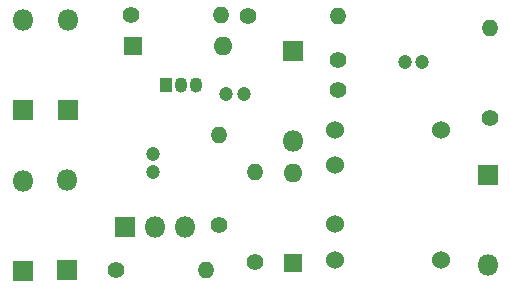
<source format=gbr>
%TF.GenerationSoftware,KiCad,Pcbnew,(7.0.0)*%
%TF.CreationDate,2023-11-14T21:29:09+01:00*%
%TF.ProjectId,reversepcb1,72657665-7273-4657-9063-62312e6b6963,rev?*%
%TF.SameCoordinates,Original*%
%TF.FileFunction,Soldermask,Top*%
%TF.FilePolarity,Negative*%
%FSLAX46Y46*%
G04 Gerber Fmt 4.6, Leading zero omitted, Abs format (unit mm)*
G04 Created by KiCad (PCBNEW (7.0.0)) date 2023-11-14 21:29:09*
%MOMM*%
%LPD*%
G01*
G04 APERTURE LIST*
%ADD10R,1.800000X1.800000*%
%ADD11O,1.800000X1.800000*%
%ADD12C,1.200000*%
%ADD13C,1.400000*%
%ADD14O,1.400000X1.400000*%
%ADD15R,1.600000X1.600000*%
%ADD16O,1.600000X1.600000*%
%ADD17R,1.050000X1.300000*%
%ADD18O,1.050000X1.300000*%
%ADD19C,1.524000*%
G04 APERTURE END LIST*
D10*
%TO.C,D1*%
X167619999Y-113919999D03*
D11*
X167619999Y-121539999D03*
%TD*%
D12*
%TO.C,EC2*%
X146950000Y-107000000D03*
X145450000Y-107000000D03*
%TD*%
D13*
%TO.C,R3*%
X144850000Y-118150000D03*
D14*
X144849999Y-110529999D03*
%TD*%
D15*
%TO.C,D3*%
X137549999Y-102999999D03*
D16*
X145169999Y-102999999D03*
%TD*%
D13*
%TO.C,R4*%
X137450000Y-100350000D03*
D14*
X145069999Y-100349999D03*
%TD*%
D13*
%TO.C,R1*%
X167810000Y-109090000D03*
D14*
X167809999Y-101469999D03*
%TD*%
D10*
%TO.C,D1*%
X128279999Y-108359999D03*
D11*
X128279999Y-100739999D03*
%TD*%
D12*
%TO.C,EC1*%
X162080000Y-104350000D03*
X160580000Y-104350000D03*
%TD*%
D10*
%TO.C,Q2*%
X136899999Y-118244999D03*
D11*
X139439999Y-118244999D03*
X141979999Y-118244999D03*
%TD*%
D17*
%TO.C,Q1*%
X140339999Y-106229999D03*
D18*
X141609999Y-106229999D03*
X142879999Y-106229999D03*
%TD*%
D10*
%TO.C,D2*%
X128249999Y-121969999D03*
D11*
X128249999Y-114349999D03*
%TD*%
D12*
%TO.C,EC5*%
X139300000Y-113590000D03*
X139300000Y-112090000D03*
%TD*%
D13*
%TO.C,R5*%
X147940000Y-121280000D03*
D14*
X147939999Y-113659999D03*
%TD*%
D10*
%TO.C,D4*%
X131959999Y-121949999D03*
D11*
X131959999Y-114329999D03*
%TD*%
D10*
%TO.C,D2*%
X151089999Y-103399999D03*
D11*
X151089999Y-111019999D03*
%TD*%
D15*
%TO.C,ZD4*%
X151129999Y-121319999D03*
D16*
X151129999Y-113699999D03*
%TD*%
D10*
%TO.C,D3*%
X132069999Y-108369999D03*
D11*
X132069999Y-100749999D03*
%TD*%
D13*
%TO.C,R2*%
X147300000Y-100430000D03*
D14*
X154919999Y-100429999D03*
%TD*%
D13*
%TO.C,R6*%
X136160000Y-121900000D03*
D14*
X143779999Y-121899999D03*
%TD*%
D13*
%TO.C,C1*%
X154900000Y-106680000D03*
X154900000Y-104180000D03*
%TD*%
D19*
%TO.C,T1*%
X163690000Y-121060000D03*
X163690000Y-110060000D03*
X154690000Y-121060000D03*
X154690000Y-118060000D03*
X154690000Y-113060000D03*
X154690000Y-110060000D03*
%TD*%
M02*

</source>
